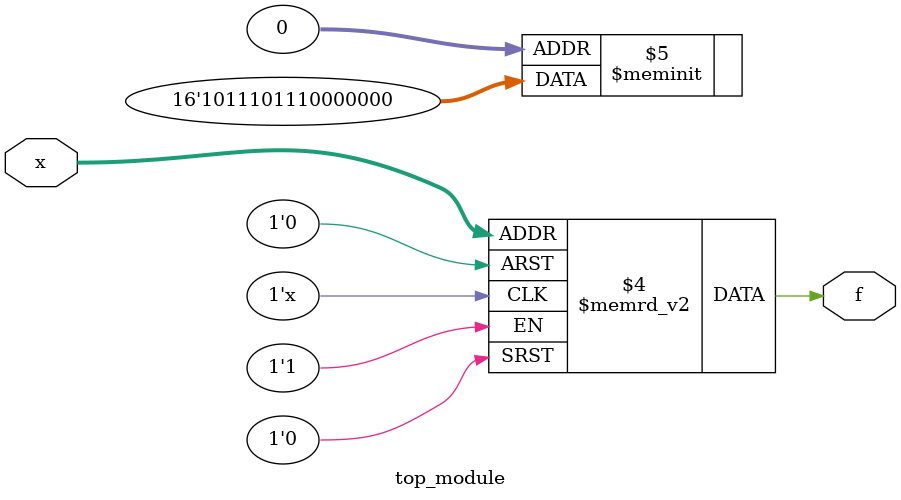
<source format=sv>
module top_module (
    input [4:1] x,
    output logic f
);

    always_comb begin
        case (x)
            4'b0001: f = 1'b0;
            4'b0010: f = 1'b0;
            4'b0100: f = 1'b0;
            4'b0111: f = 1'b1;
            4'b1000: f = 1'b1;
            4'b1001: f = 1'b1;
            4'b1010: f = 1'b0;
            4'b1011: f = 1'b1;
            4'b1100: f = 1'b1;
            4'b1101: f = 1'b1;
            4'b1110: f = 1'b0;
            4'b1111: f = 1'b1;
            // Handle don’t-cares (d)
            4'b0000, 4'b0011, 4'b0101, 4'b0110: f = 1'b0; // Assuming 0 for don’t-cares
            default: f = 1'b0; // For x inputs not specified, default to 0
        endcase
    end

endmodule

</source>
